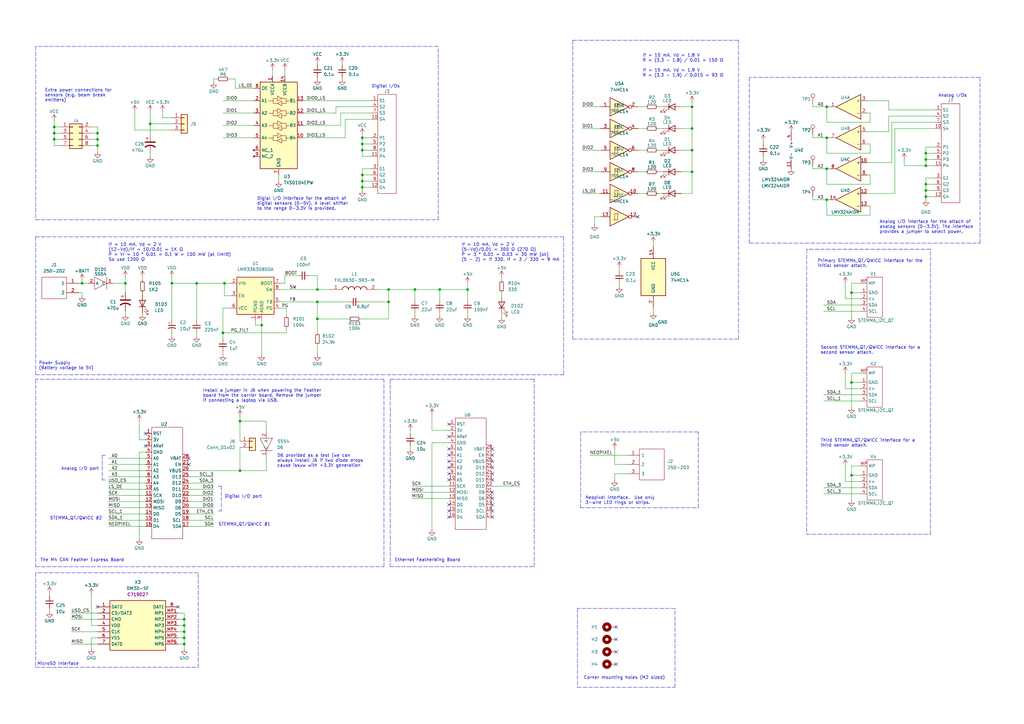
<source format=kicad_sch>
(kicad_sch (version 20211123) (generator eeschema)
  (paper "A3")
  (title_block (rev "0"))
  (junction (at 283.845 70.485))
  (junction (at 339.09 43.815))
  (junction (at 80.645 116.205))
  (junction (at 339.09 56.515))
  (junction (at 51.435 116.205))
  (junction (at 40.005 57.15))
  (junction (at 148.59 59.055))
  (junction (at 40.005 54.61))
  (junction (at 191.77 118.745))
  (junction (at 148.59 56.515))
  (junction (at 40.005 59.69))
  (junction (at 130.175 123.825))
  (junction (at 339.09 81.915))
  (junction (at 75.565 259.08))
  (junction (at 148.59 61.595))
  (junction (at 91.44 136.525))
  (junction (at 22.225 54.61))
  (junction (at 283.845 52.705))
  (junction (at 70.485 116.205))
  (junction (at 148.59 76.835))
  (junction (at 349.25 120.015))
  (junction (at 349.25 194.945))
  (junction (at 61.595 50.8))
  (junction (at 75.565 261.62))
  (junction (at 379.73 65.405))
  (junction (at 170.18 118.745))
  (junction (at 92.075 116.205))
  (junction (at 339.09 69.215))
  (junction (at 159.385 123.825))
  (junction (at 130.175 130.81))
  (junction (at 283.845 43.815))
  (junction (at 180.34 118.745))
  (junction (at 379.73 75.565))
  (junction (at 283.845 61.595))
  (junction (at 379.73 78.105))
  (junction (at 148.59 74.295))
  (junction (at 98.425 172.72))
  (junction (at 75.565 264.16))
  (junction (at 22.225 52.07))
  (junction (at 379.73 67.945))
  (junction (at 75.565 254))
  (junction (at 33.655 116.205))
  (junction (at 349.25 156.845))
  (junction (at 148.59 71.755))
  (junction (at 75.565 256.54))
  (junction (at 107.315 133.35))
  (junction (at 159.385 118.745))
  (junction (at 22.225 57.15))
  (junction (at 379.73 80.645))
  (junction (at 379.73 62.865))
  (junction (at 130.175 118.745))
  (junction (at 98.425 193.04))
  (no_connect (at 73.025 248.92))
  (no_connect (at 252.73 267.335))
  (no_connect (at 252.73 262.255))
  (no_connect (at 40.005 248.92))
  (no_connect (at 59.69 177.8))
  (no_connect (at 59.69 182.88))
  (no_connect (at 77.47 190.5))
  (no_connect (at 77.47 187.96))
  (no_connect (at 252.73 272.415))
  (no_connect (at 201.93 184.15))
  (no_connect (at 201.93 186.69))
  (no_connect (at 201.93 204.47))
  (no_connect (at 201.93 207.01))
  (no_connect (at 201.93 209.55))
  (no_connect (at 201.93 212.09))
  (no_connect (at 201.93 189.23))
  (no_connect (at 201.93 191.77))
  (no_connect (at 201.93 194.31))
  (no_connect (at 201.93 196.85))
  (no_connect (at 201.93 201.93))
  (no_connect (at 252.73 257.175))
  (no_connect (at 184.15 212.09))
  (no_connect (at 184.15 209.55))
  (no_connect (at 184.15 194.31))
  (no_connect (at 184.15 191.77))
  (no_connect (at 184.15 189.23))
  (no_connect (at 184.15 186.69))
  (no_connect (at 184.15 207.01))
  (no_connect (at 184.15 196.85))
  (no_connect (at 184.15 184.15))
  (no_connect (at 184.15 179.07))
  (no_connect (at 184.15 173.99))
  (no_connect (at 261.62 88.9))
  (wire (pts (xy 91.44 46.355) (xy 104.14 46.355)))
  (wire (pts (xy 77.47 210.82) (xy 87.63 210.82)))
  (polyline (pts (xy 238.125 208.28) (xy 286.385 208.28)))
  (wire (pts (xy 349.25 120.015) (xy 349.25 130.175)))
  (wire (pts (xy 44.45 213.36) (xy 59.69 213.36)))
  (wire (pts (xy 346.71 153.035) (xy 346.71 159.385)))
  (wire (pts (xy 353.06 191.135) (xy 349.25 191.135)))
  (polyline (pts (xy 160.02 232.41) (xy 219.075 232.41)))
  (wire (pts (xy 22.225 54.61) (xy 22.225 52.07)))
  (wire (pts (xy 109.22 193.04) (xy 98.425 193.04)))
  (wire (pts (xy 356.87 88.265) (xy 339.09 88.265)))
  (wire (pts (xy 55.245 53.34) (xy 55.245 45.72)))
  (wire (pts (xy 355.6 53.975) (xy 364.49 53.975)))
  (wire (pts (xy 70.485 136.525) (xy 70.485 137.795)))
  (wire (pts (xy 44.45 208.28) (xy 59.69 208.28)))
  (wire (pts (xy 37.465 261.62) (xy 37.465 266.065)))
  (wire (pts (xy 57.15 180.34) (xy 59.69 180.34)))
  (wire (pts (xy 269.875 79.375) (xy 271.78 79.375)))
  (wire (pts (xy 73.025 264.16) (xy 75.565 264.16)))
  (wire (pts (xy 159.385 118.745) (xy 170.18 118.745)))
  (polyline (pts (xy 14.605 273.685) (xy 81.28 273.685)))
  (wire (pts (xy 349.25 156.845) (xy 349.25 167.005)))
  (wire (pts (xy 116.84 116.205) (xy 116.84 113.03)))
  (wire (pts (xy 267.97 99.695) (xy 267.97 100.965)))
  (wire (pts (xy 77.47 213.36) (xy 87.63 213.36)))
  (wire (pts (xy 252.095 196.85) (xy 252.095 194.31)))
  (wire (pts (xy 59.69 185.42) (xy 57.15 185.42)))
  (wire (pts (xy 333.375 69.215) (xy 333.375 67.945)))
  (wire (pts (xy 127 113.03) (xy 130.175 113.03)))
  (wire (pts (xy 80.645 116.205) (xy 80.645 131.445)))
  (wire (pts (xy 170.18 118.745) (xy 180.34 118.745)))
  (wire (pts (xy 333.375 55.245) (xy 333.375 56.515)))
  (wire (pts (xy 152.4 48.895) (xy 141.605 48.895)))
  (wire (pts (xy 77.47 195.58) (xy 87.63 195.58)))
  (wire (pts (xy 148.59 69.215) (xy 152.4 69.215)))
  (wire (pts (xy 379.73 73.025) (xy 383.54 73.025)))
  (wire (pts (xy 168.91 201.93) (xy 184.15 201.93)))
  (wire (pts (xy 339.09 56.515) (xy 340.36 56.515)))
  (wire (pts (xy 75.565 261.62) (xy 75.565 264.16)))
  (wire (pts (xy 114.935 123.825) (xy 130.175 123.825)))
  (wire (pts (xy 252.095 184.15) (xy 252.095 190.5)))
  (wire (pts (xy 261.62 43.815) (xy 264.795 43.815)))
  (wire (pts (xy 77.47 215.9) (xy 87.63 215.9)))
  (wire (pts (xy 91.44 56.515) (xy 104.14 56.515)))
  (wire (pts (xy 355.6 66.675) (xy 365.76 66.675)))
  (wire (pts (xy 349.25 116.205) (xy 349.25 120.015)))
  (polyline (pts (xy 236.855 249.555) (xy 236.855 281.94)))
  (wire (pts (xy 44.45 198.12) (xy 59.69 198.12)))
  (polyline (pts (xy 14.605 155.575) (xy 14.605 232.41)))
  (wire (pts (xy 346.71 116.205) (xy 346.71 122.555)))
  (wire (pts (xy 22.225 59.69) (xy 22.225 57.15)))
  (wire (pts (xy 168.91 199.39) (xy 184.15 199.39)))
  (wire (pts (xy 130.175 113.03) (xy 130.175 118.745)))
  (wire (pts (xy 114.935 118.745) (xy 130.175 118.745)))
  (wire (pts (xy 109.22 187.325) (xy 109.22 193.04)))
  (wire (pts (xy 44.45 205.74) (xy 59.69 205.74)))
  (wire (pts (xy 379.73 75.565) (xy 379.73 78.105)))
  (wire (pts (xy 333.375 69.215) (xy 339.09 69.215)))
  (wire (pts (xy 77.47 200.66) (xy 87.63 200.66)))
  (polyline (pts (xy 41.91 196.85) (xy 43.18 196.85)))
  (wire (pts (xy 346.71 191.135) (xy 346.71 197.485)))
  (wire (pts (xy 337.82 202.565) (xy 353.06 202.565)))
  (polyline (pts (xy 276.86 281.94) (xy 276.86 249.555)))
  (wire (pts (xy 40.005 59.69) (xy 40.005 57.15)))
  (wire (pts (xy 205.74 128.905) (xy 205.74 130.175)))
  (wire (pts (xy 22.225 52.07) (xy 24.765 52.07)))
  (wire (pts (xy 107.315 133.35) (xy 107.315 145.415)))
  (wire (pts (xy 355.6 71.755) (xy 356.87 71.755)))
  (wire (pts (xy 383.54 60.325) (xy 379.73 60.325)))
  (polyline (pts (xy 89.535 199.39) (xy 90.805 199.39)))
  (wire (pts (xy 140.335 26.035) (xy 140.335 26.67)))
  (wire (pts (xy 365.76 50.165) (xy 383.54 50.165)))
  (polyline (pts (xy 219.075 155.575) (xy 160.02 155.575)))
  (polyline (pts (xy 41.91 186.69) (xy 41.91 196.85)))
  (wire (pts (xy 58.42 113.665) (xy 58.42 114.935)))
  (wire (pts (xy 261.62 79.375) (xy 264.795 79.375)))
  (wire (pts (xy 73.025 254) (xy 75.565 254)))
  (wire (pts (xy 180.34 128.27) (xy 180.34 129.54)))
  (wire (pts (xy 191.77 116.205) (xy 191.77 118.745)))
  (wire (pts (xy 98.425 170.815) (xy 98.425 172.72)))
  (polyline (pts (xy 302.895 139.065) (xy 302.895 16.51)))
  (wire (pts (xy 107.315 131.445) (xy 107.315 133.35)))
  (wire (pts (xy 130.175 141.605) (xy 130.175 145.415)))
  (wire (pts (xy 355.6 84.455) (xy 356.87 84.455)))
  (wire (pts (xy 269.875 43.815) (xy 271.78 43.815)))
  (wire (pts (xy 159.385 118.745) (xy 159.385 123.825)))
  (polyline (pts (xy 157.48 232.41) (xy 157.48 155.575)))
  (wire (pts (xy 349.25 120.015) (xy 353.06 120.015)))
  (wire (pts (xy 367.03 79.375) (xy 367.03 52.705)))
  (polyline (pts (xy 330.835 102.235) (xy 330.835 219.075)))
  (wire (pts (xy 70.485 116.205) (xy 80.645 116.205)))
  (wire (pts (xy 283.845 43.815) (xy 283.845 52.705)))
  (wire (pts (xy 77.47 203.2) (xy 87.63 203.2)))
  (wire (pts (xy 116.84 113.03) (xy 121.92 113.03)))
  (wire (pts (xy 109.22 172.72) (xy 98.425 172.72)))
  (wire (pts (xy 148.59 74.295) (xy 148.59 76.835)))
  (wire (pts (xy 124.46 51.435) (xy 139.7 51.435)))
  (wire (pts (xy 346.71 197.485) (xy 353.06 197.485)))
  (wire (pts (xy 313.055 64.135) (xy 313.055 65.405)))
  (wire (pts (xy 77.47 205.74) (xy 87.63 205.74)))
  (wire (pts (xy 191.77 128.27) (xy 191.77 129.54)))
  (wire (pts (xy 37.465 54.61) (xy 40.005 54.61)))
  (polyline (pts (xy 286.385 208.28) (xy 286.385 177.165)))
  (wire (pts (xy 130.175 123.825) (xy 142.875 123.825)))
  (wire (pts (xy 283.845 41.91) (xy 283.845 43.815)))
  (polyline (pts (xy 238.125 177.165) (xy 238.125 208.28)))
  (wire (pts (xy 73.025 261.62) (xy 75.565 261.62)))
  (wire (pts (xy 57.15 172.72) (xy 57.15 180.34)))
  (wire (pts (xy 333.375 81.915) (xy 339.09 81.915)))
  (wire (pts (xy 29.21 251.46) (xy 40.005 251.46)))
  (wire (pts (xy 283.845 61.595) (xy 283.845 70.485)))
  (wire (pts (xy 177.165 181.61) (xy 177.165 217.17)))
  (wire (pts (xy 353.06 153.035) (xy 349.25 153.035)))
  (wire (pts (xy 152.4 43.815) (xy 137.795 43.815)))
  (wire (pts (xy 337.82 200.025) (xy 353.06 200.025)))
  (wire (pts (xy 32.385 116.205) (xy 33.655 116.205)))
  (wire (pts (xy 139.7 46.355) (xy 152.4 46.355)))
  (wire (pts (xy 241.935 186.69) (xy 257.175 186.69)))
  (wire (pts (xy 87.63 32.385) (xy 88.9 32.385)))
  (polyline (pts (xy 234.95 16.51) (xy 234.95 139.065)))
  (wire (pts (xy 148.59 76.835) (xy 148.59 78.105)))
  (polyline (pts (xy 14.605 153.67) (xy 231.14 153.67)))
  (wire (pts (xy 337.82 125.095) (xy 353.06 125.095)))
  (wire (pts (xy 148.59 64.135) (xy 148.59 61.595)))
  (wire (pts (xy 379.73 65.405) (xy 379.73 62.865)))
  (wire (pts (xy 130.175 26.035) (xy 130.175 26.67)))
  (wire (pts (xy 238.76 70.485) (xy 246.38 70.485)))
  (wire (pts (xy 91.44 41.275) (xy 104.14 41.275)))
  (wire (pts (xy 333.375 42.545) (xy 333.375 43.815)))
  (polyline (pts (xy 81.28 273.685) (xy 81.28 234.95)))
  (wire (pts (xy 124.46 56.515) (xy 141.605 56.515)))
  (wire (pts (xy 77.47 198.12) (xy 87.63 198.12)))
  (wire (pts (xy 117.475 126.365) (xy 117.475 129.54)))
  (polyline (pts (xy 43.18 186.69) (xy 41.91 186.69)))
  (wire (pts (xy 148.59 69.215) (xy 148.59 71.755)))
  (wire (pts (xy 37.465 59.69) (xy 40.005 59.69)))
  (wire (pts (xy 201.93 199.39) (xy 213.36 199.39)))
  (wire (pts (xy 148.59 74.295) (xy 152.4 74.295)))
  (wire (pts (xy 147.955 123.825) (xy 159.385 123.825)))
  (wire (pts (xy 44.45 203.2) (xy 59.69 203.2)))
  (polyline (pts (xy 160.02 155.575) (xy 160.02 232.41)))
  (wire (pts (xy 367.03 52.705) (xy 383.54 52.705)))
  (wire (pts (xy 148.59 59.055) (xy 148.59 56.515)))
  (polyline (pts (xy 286.385 177.165) (xy 238.125 177.165)))
  (wire (pts (xy 58.42 128.27) (xy 58.42 128.905)))
  (wire (pts (xy 57.15 185.42) (xy 57.15 220.98)))
  (wire (pts (xy 180.34 118.745) (xy 191.77 118.745)))
  (wire (pts (xy 22.225 57.15) (xy 22.225 54.61)))
  (wire (pts (xy 33.655 120.015) (xy 33.655 121.285)))
  (wire (pts (xy 77.47 193.04) (xy 98.425 193.04)))
  (wire (pts (xy 339.09 56.515) (xy 339.09 62.865)))
  (wire (pts (xy 109.22 177.165) (xy 109.22 172.72)))
  (polyline (pts (xy 90.805 199.39) (xy 90.805 209.55)))
  (wire (pts (xy 77.47 208.28) (xy 87.63 208.28)))
  (polyline (pts (xy 14.605 90.17) (xy 179.705 90.17)))
  (wire (pts (xy 379.73 75.565) (xy 383.54 75.565)))
  (wire (pts (xy 32.385 120.015) (xy 33.655 120.015)))
  (wire (pts (xy 370.84 67.945) (xy 379.73 67.945)))
  (wire (pts (xy 243.84 92.075) (xy 243.84 88.9)))
  (wire (pts (xy 364.49 47.625) (xy 383.54 47.625)))
  (wire (pts (xy 356.87 84.455) (xy 356.87 88.265)))
  (wire (pts (xy 130.175 130.81) (xy 142.875 130.81)))
  (wire (pts (xy 168.275 182.88) (xy 168.275 184.15)))
  (wire (pts (xy 22.225 52.07) (xy 22.225 49.53)))
  (wire (pts (xy 37.465 57.15) (xy 40.005 57.15)))
  (wire (pts (xy 238.76 43.815) (xy 246.38 43.815)))
  (wire (pts (xy 279.4 61.595) (xy 283.845 61.595)))
  (wire (pts (xy 117.475 134.62) (xy 117.475 136.525)))
  (wire (pts (xy 238.76 52.705) (xy 246.38 52.705)))
  (wire (pts (xy 70.485 113.665) (xy 70.485 116.205)))
  (wire (pts (xy 66.675 48.26) (xy 66.675 45.72)))
  (wire (pts (xy 93.98 32.385) (xy 96.52 32.385)))
  (wire (pts (xy 91.44 144.145) (xy 91.44 145.415)))
  (wire (pts (xy 73.025 259.08) (xy 75.565 259.08)))
  (wire (pts (xy 46.355 116.205) (xy 51.435 116.205)))
  (wire (pts (xy 44.45 193.04) (xy 59.69 193.04)))
  (wire (pts (xy 383.54 62.865) (xy 379.73 62.865)))
  (wire (pts (xy 87.63 32.385) (xy 87.63 33.655)))
  (wire (pts (xy 114.935 116.205) (xy 116.84 116.205)))
  (wire (pts (xy 92.075 116.205) (xy 94.615 116.205)))
  (wire (pts (xy 339.09 75.565) (xy 339.09 69.215)))
  (wire (pts (xy 20.32 249.555) (xy 20.32 250.825)))
  (wire (pts (xy 37.465 256.54) (xy 40.005 256.54)))
  (wire (pts (xy 261.62 70.485) (xy 264.795 70.485)))
  (wire (pts (xy 170.18 118.745) (xy 170.18 123.19)))
  (wire (pts (xy 94.615 126.365) (xy 91.44 126.365)))
  (wire (pts (xy 40.005 54.61) (xy 40.005 52.07)))
  (wire (pts (xy 252.095 194.31) (xy 257.175 194.31)))
  (wire (pts (xy 51.435 127.635) (xy 51.435 128.905)))
  (wire (pts (xy 40.005 62.23) (xy 40.005 59.69)))
  (polyline (pts (xy 219.075 232.41) (xy 219.075 155.575)))
  (wire (pts (xy 96.52 36.195) (xy 104.14 36.195)))
  (wire (pts (xy 94.615 121.285) (xy 92.075 121.285)))
  (wire (pts (xy 261.62 52.705) (xy 264.795 52.705)))
  (wire (pts (xy 339.09 43.815) (xy 340.36 43.815)))
  (polyline (pts (xy 381.635 219.075) (xy 381.635 102.235)))
  (wire (pts (xy 365.76 66.675) (xy 365.76 50.165)))
  (wire (pts (xy 184.15 181.61) (xy 177.165 181.61)))
  (wire (pts (xy 349.25 194.945) (xy 349.25 205.105)))
  (wire (pts (xy 22.225 54.61) (xy 24.765 54.61)))
  (polyline (pts (xy 276.86 249.555) (xy 236.855 249.555)))
  (wire (pts (xy 130.175 118.745) (xy 135.255 118.745)))
  (wire (pts (xy 51.435 113.665) (xy 51.435 116.205)))
  (wire (pts (xy 61.595 50.8) (xy 61.595 55.245)))
  (wire (pts (xy 355.6 41.275) (xy 364.49 41.275)))
  (wire (pts (xy 117.475 136.525) (xy 91.44 136.525)))
  (wire (pts (xy 205.74 113.665) (xy 205.74 114.935)))
  (wire (pts (xy 148.59 71.755) (xy 152.4 71.755)))
  (wire (pts (xy 40.005 57.15) (xy 40.005 54.61)))
  (wire (pts (xy 339.09 81.915) (xy 340.36 81.915)))
  (wire (pts (xy 139.7 46.355) (xy 139.7 51.435)))
  (wire (pts (xy 130.175 130.81) (xy 130.175 136.525)))
  (wire (pts (xy 80.645 136.525) (xy 80.645 137.795)))
  (wire (pts (xy 269.875 70.485) (xy 271.78 70.485)))
  (wire (pts (xy 75.565 259.08) (xy 75.565 261.62)))
  (wire (pts (xy 96.52 32.385) (xy 96.52 36.195)))
  (wire (pts (xy 337.82 161.925) (xy 353.06 161.925)))
  (wire (pts (xy 383.54 65.405) (xy 379.73 65.405)))
  (wire (pts (xy 364.49 53.975) (xy 364.49 47.625)))
  (wire (pts (xy 70.485 48.26) (xy 66.675 48.26)))
  (wire (pts (xy 159.385 123.825) (xy 159.385 130.81)))
  (wire (pts (xy 333.375 56.515) (xy 339.09 56.515)))
  (wire (pts (xy 279.4 52.705) (xy 283.845 52.705)))
  (polyline (pts (xy 81.28 234.95) (xy 14.605 234.95)))
  (wire (pts (xy 353.06 116.205) (xy 349.25 116.205)))
  (polyline (pts (xy 231.14 97.155) (xy 14.605 97.155)))
  (wire (pts (xy 283.845 70.485) (xy 283.845 79.375)))
  (wire (pts (xy 40.005 261.62) (xy 37.465 261.62)))
  (polyline (pts (xy 236.855 281.94) (xy 276.86 281.94)))
  (wire (pts (xy 116.84 28.575) (xy 116.84 31.115)))
  (wire (pts (xy 98.425 183.515) (xy 98.425 193.04)))
  (polyline (pts (xy 302.895 16.51) (xy 234.95 16.51)))
  (wire (pts (xy 111.76 28.575) (xy 111.76 31.115)))
  (wire (pts (xy 168.91 204.47) (xy 184.15 204.47)))
  (wire (pts (xy 70.485 116.205) (xy 70.485 131.445)))
  (polyline (pts (xy 89.535 209.55) (xy 90.805 209.55)))
  (wire (pts (xy 379.73 62.865) (xy 379.73 60.325)))
  (wire (pts (xy 356.87 50.165) (xy 339.09 50.165)))
  (wire (pts (xy 148.59 71.755) (xy 148.59 74.295)))
  (wire (pts (xy 104.775 131.445) (xy 104.775 133.35)))
  (wire (pts (xy 70.485 50.8) (xy 61.595 50.8)))
  (wire (pts (xy 364.49 45.085) (xy 383.54 45.085)))
  (wire (pts (xy 22.225 57.15) (xy 24.765 57.15)))
  (wire (pts (xy 243.84 88.9) (xy 246.38 88.9)))
  (wire (pts (xy 55.245 53.34) (xy 70.485 53.34)))
  (wire (pts (xy 238.76 61.595) (xy 246.38 61.595)))
  (wire (pts (xy 191.77 118.745) (xy 191.77 123.19)))
  (wire (pts (xy 180.34 118.745) (xy 180.34 123.19)))
  (wire (pts (xy 44.45 195.58) (xy 59.69 195.58)))
  (polyline (pts (xy 330.835 219.075) (xy 381.635 219.075)))
  (polyline (pts (xy 307.34 31.75) (xy 307.34 99.695)))
  (wire (pts (xy 355.6 46.355) (xy 356.87 46.355)))
  (wire (pts (xy 337.82 164.465) (xy 353.06 164.465)))
  (wire (pts (xy 152.4 61.595) (xy 148.59 61.595)))
  (wire (pts (xy 114.935 126.365) (xy 117.475 126.365)))
  (polyline (pts (xy 307.34 99.695) (xy 401.955 99.695)))
  (wire (pts (xy 75.565 251.46) (xy 75.565 254)))
  (wire (pts (xy 379.73 80.645) (xy 379.73 81.915)))
  (wire (pts (xy 349.25 191.135) (xy 349.25 194.945)))
  (wire (pts (xy 91.44 136.525) (xy 91.44 139.065)))
  (wire (pts (xy 356.87 71.755) (xy 356.87 75.565)))
  (wire (pts (xy 177.165 170.18) (xy 177.165 176.53)))
  (polyline (pts (xy 401.955 99.695) (xy 401.955 31.75)))
  (wire (pts (xy 152.4 56.515) (xy 148.59 56.515)))
  (wire (pts (xy 124.46 46.355) (xy 137.795 46.355)))
  (wire (pts (xy 37.465 243.84) (xy 37.465 256.54)))
  (wire (pts (xy 283.845 52.705) (xy 283.845 61.595)))
  (wire (pts (xy 75.565 256.54) (xy 75.565 259.08)))
  (polyline (pts (xy 157.48 155.575) (xy 14.605 155.575)))
  (wire (pts (xy 339.09 81.915) (xy 339.09 88.265)))
  (wire (pts (xy 379.73 80.645) (xy 383.54 80.645)))
  (polyline (pts (xy 401.955 31.75) (xy 307.34 31.75)))
  (wire (pts (xy 356.87 62.865) (xy 339.09 62.865)))
  (wire (pts (xy 124.46 41.275) (xy 152.4 41.275)))
  (wire (pts (xy 29.21 264.16) (xy 40.005 264.16)))
  (wire (pts (xy 346.71 122.555) (xy 353.06 122.555)))
  (wire (pts (xy 44.45 187.96) (xy 59.69 187.96)))
  (wire (pts (xy 155.575 118.745) (xy 159.385 118.745)))
  (wire (pts (xy 269.875 61.595) (xy 271.78 61.595)))
  (wire (pts (xy 267.97 126.365) (xy 267.97 128.27)))
  (polyline (pts (xy 234.95 139.065) (xy 302.895 139.065)))
  (polyline (pts (xy 14.605 19.05) (xy 14.605 90.17)))
  (wire (pts (xy 346.71 159.385) (xy 353.06 159.385)))
  (wire (pts (xy 98.425 172.72) (xy 98.425 180.975)))
  (wire (pts (xy 379.73 78.105) (xy 383.54 78.105)))
  (wire (pts (xy 92.075 121.285) (xy 92.075 116.205)))
  (wire (pts (xy 337.82 127.635) (xy 353.06 127.635)))
  (wire (pts (xy 114.3 71.755) (xy 114.3 74.295)))
  (wire (pts (xy 91.44 126.365) (xy 91.44 136.525)))
  (wire (pts (xy 370.84 65.405) (xy 370.84 67.945)))
  (wire (pts (xy 29.21 254) (xy 40.005 254)))
  (polyline (pts (xy 381.635 102.235) (xy 330.835 102.235)))
  (wire (pts (xy 61.595 50.8) (xy 61.595 45.72)))
  (wire (pts (xy 279.4 43.815) (xy 283.845 43.815)))
  (wire (pts (xy 383.54 67.945) (xy 379.73 67.945)))
  (wire (pts (xy 339.09 69.215) (xy 340.36 69.215)))
  (wire (pts (xy 51.435 116.205) (xy 51.435 120.015)))
  (wire (pts (xy 356.87 46.355) (xy 356.87 50.165)))
  (wire (pts (xy 44.45 210.82) (xy 59.69 210.82)))
  (wire (pts (xy 29.21 259.08) (xy 40.005 259.08)))
  (polyline (pts (xy 179.705 19.05) (xy 14.605 19.05)))
  (wire (pts (xy 75.565 264.16) (xy 75.565 266.065)))
  (wire (pts (xy 269.875 52.705) (xy 271.78 52.705)))
  (wire (pts (xy 355.6 59.055) (xy 356.87 59.055)))
  (wire (pts (xy 148.59 76.835) (xy 152.4 76.835)))
  (wire (pts (xy 333.375 43.815) (xy 339.09 43.815)))
  (wire (pts (xy 279.4 79.375) (xy 283.845 79.375)))
  (wire (pts (xy 170.18 128.27) (xy 170.18 129.54)))
  (wire (pts (xy 75.565 254) (xy 75.565 256.54)))
  (wire (pts (xy 356.87 75.565) (xy 339.09 75.565)))
  (wire (pts (xy 254 109.855) (xy 254 111.125)))
  (wire (pts (xy 238.76 79.375) (xy 246.38 79.375)))
  (wire (pts (xy 379.73 73.025) (xy 379.73 75.565)))
  (wire (pts (xy 364.49 41.275) (xy 364.49 45.085)))
  (wire (pts (xy 44.45 190.5) (xy 59.69 190.5)))
  (wire (pts (xy 148.59 56.515) (xy 148.59 55.245)))
  (wire (pts (xy 73.025 251.46) (xy 75.565 251.46)))
  (wire (pts (xy 130.175 123.825) (xy 130.175 130.81)))
  (wire (pts (xy 177.165 176.53) (xy 184.15 176.53)))
  (wire (pts (xy 349.25 194.945) (xy 353.06 194.945)))
  (wire (pts (xy 379.73 78.105) (xy 379.73 80.645)))
  (wire (pts (xy 24.765 59.69) (xy 22.225 59.69)))
  (wire (pts (xy 130.175 31.75) (xy 130.175 32.385)))
  (wire (pts (xy 333.375 80.645) (xy 333.375 81.915)))
  (wire (pts (xy 137.795 43.815) (xy 137.795 46.355)))
  (wire (pts (xy 254 116.205) (xy 254 117.475)))
  (polyline (pts (xy 14.605 234.95) (xy 14.605 273.685)))
  (wire (pts (xy 339.09 50.165) (xy 339.09 43.815)))
  (wire (pts (xy 33.655 116.205) (xy 33.655 114.935)))
  (wire (pts (xy 252.095 190.5) (xy 257.175 190.5)))
  (wire (pts (xy 61.595 62.865) (xy 61.595 64.135)))
  (wire (pts (xy 148.59 61.595) (xy 148.59 59.055)))
  (wire (pts (xy 379.73 67.945) (xy 379.73 65.405)))
  (wire (pts (xy 152.4 64.135) (xy 148.59 64.135)))
  (wire (pts (xy 40.005 52.07) (xy 37.465 52.07)))
  (wire (pts (xy 152.4 59.055) (xy 148.59 59.055)))
  (wire (pts (xy 349.25 153.035) (xy 349.25 156.845)))
  (wire (pts (xy 205.74 120.015) (xy 205.74 121.285)))
  (wire (pts (xy 73.025 256.54) (xy 75.565 256.54)))
  (wire (pts (xy 355.6 79.375) (xy 367.03 79.375)))
  (polyline (pts (xy 179.705 90.17) (xy 179.705 19.05)))
  (wire (pts (xy 356.87 59.055) (xy 356.87 62.865)))
  (wire (pts (xy 140.335 31.75) (xy 140.335 32.385)))
  (wire (pts (xy 44.45 215.9) (xy 59.69 215.9)))
  (wire (pts (xy 91.44 51.435) (xy 104.14 51.435)))
  (wire (pts (xy 20.32 243.205) (xy 20.32 244.475)))
  (wire (pts (xy 104.775 133.35) (xy 107.315 133.35)))
  (wire (pts (xy 313.055 57.785) (xy 313.055 59.055)))
  (wire (pts (xy 261.62 61.595) (xy 264.795 61.595)))
  (wire (pts (xy 58.42 120.015) (xy 58.42 120.65)))
  (wire (pts (xy 141.605 48.895) (xy 141.605 56.515)))
  (wire (pts (xy 33.655 116.205) (xy 36.195 116.205)))
  (polyline (pts (xy 14.605 232.41) (xy 157.48 232.41)))
  (wire (pts (xy 168.275 176.53) (xy 168.275 177.8)))
  (wire (pts (xy 279.4 70.485) (xy 283.845 70.485)))
  (wire (pts (xy 80.645 116.205) (xy 92.075 116.205)))
  (polyline (pts (xy 231.14 153.67) (xy 231.14 97.155)))
  (polyline (pts (xy 14.605 97.155) (xy 14.605 153.67)))
  (wire (pts (xy 44.45 200.66) (xy 59.69 200.66)))
  (wire (pts (xy 349.25 156.845) (xy 353.06 156.845)))
  (wire (pts (xy 147.955 130.81) (xy 159.385 130.81)))
  (text "Corner mounting holes (M2 sized)" (at 239.395 278.765 0) (effects (font (size 1.27 1.27)) (justify left bottom)))
  (text "Digital I/Os" (at 152.4 36.195 0) (effects (font (size 1.27 1.27)) (justify left bottom)))
  (text "Install a jumper in J6 when powering the Feather\nboard from the carrier board. Remove the jumper\nif connecting a laptop via USB.  " (at 83.185 165.1 0) (effects (font (size 1.27 1.27)) (justify left bottom)))
  (text "Analog I/Os" (at 384.81 40.005 0) (effects (font (size 1.27 1.27)) (justify left bottom)))
  (text "Primary STEMMA_QT/QWICC interface for the\ninitial sensor attach." (at 335.28 109.855 0) (effects (font (size 1.27 1.27)) (justify left bottom)))
  (text "Extra power connections for\nsensors (e.g. beam break\nemitters)" (at 18.415 41.91 0) (effects (font (size 1.27 1.27)) (justify left bottom)))
  (text "Digial I/O interface for the attach of\ndigital sensors (0-5V). A level shifter\nto the range 0-3.3V is provided." (at 105.41 86.36 0) (effects (font (size 1.27 1.27)) (justify left bottom)))
  (text "The M4 CAN Feather Express Board" (at 16.51 230.505 0) (effects (font (size 1.27 1.27)) (justify left bottom)))
  (text "Second STEMMA_QT/QWICC interface for a\nsecond sensor attach." (at 336.55 145.415 0) (effects (font (size 1.27 1.27)) (justify left bottom)))
  (text "If = 10 mA, Vd = 2 V\n(5-Vd)/0.01 = 300 Ω (270 Ω)\nP = 3 * 0.01 = 0.03 = 30 mW (ok)\n(5 - 2) = If 330, If = 3 / 330 = 9 mA" (at 189.23 107.315 0) (effects (font (size 1.27 1.27)) (justify left bottom)))
  (text "Digital I/O port" (at 92.075 204.47 0) (effects (font (size 1.27 1.27)) (justify left bottom)))
  (text "MicroSD Interface" (at 15.24 273.05 0) (effects (font (size 1.27 1.27)) (justify left bottom)))
  (text "Analog I/O port" (at 40.64 193.04 180) (effects (font (size 1.27 1.27)) (justify right bottom)))
  (text "STEMMA_QT/QWICC #1" (at 89.535 215.9 0) (effects (font (size 1.27 1.27)) (justify left bottom)))
  (text "If = 10 mA, Vd = 2 V\n(12-Vd)/If = 10/0.01 = 1K Ω\nP = VI = 10 * 0.01 = 0.1 W = 100 mW (at limit!)\nSo use 1200 Ω" (at 44.45 107.315 0) (effects (font (size 1.27 1.27)) (justify left bottom)))
  (text "STEMMA_QT/QWICC #2" (at 41.91 213.36 180) (effects (font (size 1.27 1.27)) (justify right bottom)))
  (text "Analog I/O interface for the attach of\nanalog sensors (0-3.3V). The interface\nprovides a jumper to select power." (at 360.68 95.885 0) (effects (font (size 1.27 1.27)) (justify left bottom)))
  (text "Neopixel interface.  Use only\n3-wire LED rings or strips." (at 240.03 207.01 0) (effects (font (size 1.27 1.27)) (justify left bottom)))
  (text "Power Supply\n(Battery voltage to 5V)" (at 15.875 151.765 0) (effects (font (size 1.27 1.27)) (justify left bottom)))
  (text "Ethernet FeatherWing Board" (at 161.925 230.505 0) (effects (font (size 1.27 1.27)) (justify left bottom)))
  (text "D6 provided as a test (we can\nalways install J6 if two diode drops\ncause issuw with +3.3V generation" (at 113.665 191.77 0) (effects (font (size 1.27 1.27)) (justify left bottom)))
  (text "Third STEMMA_QT/QWICC interface for a\nthird sensor attach." (at 336.55 183.515 0) (effects (font (size 1.27 1.27)) (justify left bottom)))
  (text "If = 10 mA, Vd = 1.8 V\nR = (3.3 - 1.8) / 0.01 = 150 Ω\n\nIf = 15 mA, Vd = 1.9 V\nR = (3.3 - 1.9) / 0.015 = 93 Ω\n" (at 263.525 31.75 0) (effects (font (size 1.27 1.27)) (justify left bottom)))
  (label "A2" (at 45.72 193.04 0))
  (label "ETH_CS" (at 213.36 199.39 180))
  (label "LS_OE" (at 97.79 36.195 0))
  (label "SCK" (at 44.45 203.2 0))
  (label "LS_OE" (at 44.45 200.66 0))
  (label "SCK" (at 168.91 199.39 0))
  (label "A0" (at 45.72 187.96 0))
  (label "NEOPIXEL" (at 241.935 186.69 0))
  (label "DIO0_LS" (at 125.73 41.275 0))
  (label "SCL_3" (at 339.09 202.565 0))
  (label "DIO2_LS" (at 125.73 51.435 0))
  (label "A1" (at 45.72 190.5 0))
  (label "SCL_1" (at 44.45 210.82 0))
  (label "SCL" (at 87.63 213.36 180))
  (label "NEOPIXEL" (at 44.45 215.9 0))
  (label "SCL" (at 339.09 127.635 0))
  (label "DIO1" (at 87.63 205.74 180))
  (label "SDA" (at 339.09 125.095 0))
  (label "DIO1_LS" (at 125.73 46.355 0))
  (label "A3" (at 45.72 195.58 0))
  (label "A3" (at 335.28 81.915 0))
  (label "DIO0" (at 238.76 43.815 0))
  (label "SW" (at 118.745 118.745 0))
  (label "LS_OE" (at 238.76 79.375 0))
  (label "MOSI" (at 44.45 205.74 0))
  (label "SDA_1" (at 44.45 213.36 0))
  (label "MOSI" (at 29.21 254 0))
  (label "A2" (at 335.28 69.215 0))
  (label "MISO" (at 29.21 264.16 0))
  (label "MISO" (at 44.45 208.28 0))
  (label "DIO1" (at 238.76 52.705 0))
  (label "A0" (at 335.28 43.815 0))
  (label "DIO0" (at 87.63 208.28 180))
  (label "MISO" (at 168.91 204.47 0))
  (label "BOOT" (at 116.84 113.03 0))
  (label "SCL_1" (at 339.09 164.465 0))
  (label "PG" (at 115.57 126.365 0))
  (label "A1" (at 335.28 56.515 0))
  (label "FB" (at 118.745 123.825 0))
  (label "SDA" (at 87.63 215.9 180))
  (label "SCK" (at 29.21 259.08 0))
  (label "DIO2" (at 87.63 203.2 180))
  (label "SDA_3" (at 87.63 198.12 180))
  (label "DIO3_LS" (at 125.73 56.515 0))
  (label "SDA_1" (at 339.09 161.925 0))
  (label "DIO0" (at 92.71 41.275 0))
  (label "DIO1" (at 92.71 46.355 0))
  (label "SCL_3" (at 87.63 195.58 180))
  (label "USD_CS" (at 29.21 251.46 0))
  (label "USD_CS" (at 44.45 198.12 0))
  (label "DIO3" (at 238.76 70.485 0))
  (label "DIO2" (at 238.76 61.595 0))
  (label "ETH_CS" (at 87.63 210.82 180))
  (label "MOSI" (at 168.91 201.93 0))
  (label "SDA_3" (at 339.09 200.025 0))
  (label "DIO2" (at 92.71 51.435 0))
  (label "DIO3" (at 87.63 200.66 180))
  (label "PG_FILT" (at 94.615 136.525 0))
  (label "DIO3" (at 92.71 56.515 0))
  (symbol (lib_id "power:VDD") (at 51.435 113.665 0) (unit 1)
    (property "Reference" "#PWR0149" (effects hide))
    (property "Value" "VDD" (at 51.435 109.855 0))
  )
  (symbol (lib_id "Appreciate:Feather_M4_CAN_Express") (at 193.04 214.63 0) (unit 1)
    (property "Reference" "U6" (at 191.77 170.18 0))
    (property "Value" "Feather_M4_CAN_Express" (effects hide))
    (property "Footprint" "Appreciate:Feather_M4_CAN_Express" (effects hide))
  )
  (symbol (lib_id "Device:C_Polarized_US") (at 61.595 59.055 0) (unit 1)
    (property "Reference" "C26" (at 55.245 59.055 0) (effects (justify left)))
    (property "Value" "470u" (at 53.975 61.595 0) (effects (justify left)))
    (property "Footprint" "Appreciate:CAPAE830X1050N" (effects hide))
    (property "LCSC" "C340767" (effects hide))
  )
  (symbol (lib_id "power:+BATT") (at 33.655 114.935 0) (unit 1)
    (property "Reference" "#PWR0153" (effects hide))
    (property "Value" "+BATT" (at 33.655 111.125 0))
  )
  (symbol (lib_id "74xx:74HC14") (at 254 52.705 0) (unit 2)
    (property "Reference" "U5" (at 254 43.18 0))
    (property "Value" "74HC14" (at 254 45.72 0))
    (property "Footprint" "Package_SO:TSSOP-14_4.4x5mm_P0.65mm" (effects hide))
    (property "Datasheet" "http://www.ti.com/lit/gpn/sn74HC14" (effects hide))
    (property "LCSC" "C2866133" (effects hide))
  )
  (symbol (lib_id "power:GND") (at 140.335 32.385 0) (unit 1)
    (property "Reference" "#PWR0126" (effects hide))
    (property "Value" "GND" (at 140.335 36.195 0))
  )
  (symbol (lib_id "power:GND") (at 254 117.475 0) (unit 1)
    (property "Reference" "#PWR0138" (effects hide))
    (property "Value" "GND" (at 254 121.285 0))
  )
  (symbol (lib_id "Amplifier_Operational:LM324") (at 347.98 81.915 0) (mirror y) (unit 4)
    (property "Reference" "U4" (at 346.71 78.105 0))
    (property "Value" "LMV324AIDR" (at 346.71 86.995 0))
    (property "Footprint" "Package_SO:SOIC-14_3.9x8.7mm_P1.27mm" (effects hide))
    (property "Datasheet" "https://wmsc.lcsc.com/wmsc/upload/file/pdf/v2/lcsc/2304140030_Texas-Instruments-LMV324AIDR_C484732.pdf" (effects hide))
    (property "LCSC" "C484732" (effects hide))
  )
  (symbol (lib_id "power:GND") (at 114.3 74.295 0) (unit 1)
    (property "Reference" "#PWR0116" (effects hide))
    (property "Value" "GND" (at 114.3 78.105 0))
  )
  (symbol (lib_id "Device:C_Small") (at 191.77 125.73 0) (unit 1)
    (property "Reference" "C9" (at 194.31 124.4662 0) (effects (justify left)))
    (property "Value" "100nF" (at 194.31 127.0062 0) (effects (justify left)))
    (property "Footprint" "Capacitor_SMD:C_0603_1608Metric" (effects hide))
    (property "LCSC" "C14663" (effects hide))
  )
  (symbol (lib_id "power:GND") (at 107.315 145.415 0) (unit 1)
    (property "Reference" "#PWR0146" (effects hide))
    (property "Value" "GND" (at 107.315 149.225 0))
  )
  (symbol (lib_id "Device:LED") (at 275.59 52.705 0) (unit 1)
    (property "Reference" "D4" (at 273.685 48.26 0))
    (property "Value" "LED" (at 273.685 50.165 0))
    (property "Footprint" "LED_SMD:LED_0603_1608Metric" (effects hide))
    (property "LCSC" "C2286" (effects hide))
  )
  (symbol (lib_id "Device:R_Small") (at 117.475 132.08 0) (unit 1)
    (property "Reference" "R101" (at 120.015 130.8099 0) (effects (justify left)))
    (property "Value" "100k" (at 120.015 133.3499 0) (effects (justify left)))
    (property "Footprint" "Resistor_SMD:R_0603_1608Metric" (effects hide))
    (property "LCSC" "C25803" (effects hide))
  )
  (symbol (lib_id "Connector:TestPoint") (at 333.375 67.945 0) (unit 1)
    (property "Reference" "TP3" (at 328.93 66.675 0) (effects (justify left)))
    (property "Value" "TestPoint" (effects hide))
    (property "Footprint" "TestPoint:TestPoint_Pad_1.5x1.5mm" (effects hide))
  )
  (symbol (lib_id "power:GND") (at 324.485 69.215 0) (unit 1)
    (property "Reference" "#PWR0124" (effects hide))
    (property "Value" "GND" (at 271.78 132.08 0))
  )
  (symbol (lib_id "Appreciate:UPR20e3") (at 105.41 182.245 270) (unit 1)
    (property "Reference" "D6" (at 114.935 183.515 90))
    (property "Value" "SS54" (at 116.205 180.975 90))
    (property "Footprint" "Appreciate:DO-214AC" (effects hide))
    (property "Datasheet" "https://wmsc.lcsc.com/wmsc/upload/file/pdf/v2/lcsc/2303141100_MDD-Microdiode-Electronics-SS54_C22452.pdf" (effects hide))
    (property "LCSC" "C22452" (effects hide))
  )
  (symbol (lib_id "power:GND") (at 33.655 121.285 0) (unit 1)
    (property "Reference" "#PWR0154" (effects hide))
    (property "Value" "GND" (at 33.655 125.095 0))
  )
  (symbol (lib_id "power:GND") (at 349.25 130.175 0) (unit 1)
    (property "Reference" "#PWR0103" (effects hide))
    (property "Value" "GND" (at 349.25 133.985 0))
  )
  (symbol (lib_id "Regulator_Switching:LMR33630BDDA") (at 104.775 121.285 0) (unit 1)
    (property "Reference" "U1" (at 104.775 107.95 0))
    (property "Value" "LMR33630BDDA" (at 104.775 110.49 0))
    (property "Footprint" "Package_SO:Texas_HSOP-8-1EP_3.9x4.9mm_P1.27mm_ThermalVias" (effects hide))
    (property "Datasheet" "http://www.ti.com/lit/ds/symlink/lmr33630.pdf" (effects hide))
    (property "LCSC" "C544370" (effects hide))
  )
  (symbol (lib_id "Appreciate:conn_04_03") (at 154.94 78.105 0) (unit 1)
    (property "Reference" "J3" (at 157.48 37.465 0) (effects (justify left)))
    (property "Value" "conn_04_03" (effects hide))
    (property "Footprint" "Appreciate:conn_04x03" (effects hide))
  )
  (symbol (lib_id "74xx:74HC14") (at 254 61.595 0) (unit 3)
    (property "Reference" "U5" (at 254 52.07 0))
    (property "Value" "74HC14" (at 254 54.61 0))
    (property "Footprint" "Package_SO:TSSOP-14_4.4x5mm_P0.65mm" (effects hide))
    (property "Datasheet" "http://www.ti.com/lit/gpn/sn74HC14" (effects hide))
    (property "LCSC" "C2866133" (effects hide))
  )
  (symbol (lib_id "Appreciate:STEMMA_I2C_QT") (at 355.6 167.005 0) (unit 1)
    (property "Reference" "X2" (at 356.87 149.225 0) (effects (justify left)))
    (property "Value" "STEMMA_I2C_QT" (at 351.79 168.275 0) (effects (justify left)))
    (property "Footprint" "Connector_JST:JST_SH_BM04B-SRSS-TB_1x04-1MP_P1.00mm_Vertical" (effects hide))
    (property "LCSC" "C495539" (effects hide))
  )
  (symbol (lib_id "Appreciate:Feather_M4_CAN_Express") (at 68.58 218.44 0) (unit 1)
    (property "Reference" "U2" (at 67.31 173.99 0))
    (property "Value" "Feather_M4_CAN_Express" (effects hide))
    (property "Footprint" "Appreciate:Feather_M4_CAN_Express" (effects hide))
  )
  (symbol (lib_id "power:+3.3V") (at 20.32 243.205 0) (unit 1)
    (property "Reference" "#PWR0141" (effects hide))
    (property "Value" "+3.3V" (at 20.32 239.395 0))
  )
  (symbol (lib_id "power:GND") (at 70.485 137.795 0) (unit 1)
    (property "Reference" "#PWR0152" (effects hide))
    (property "Value" "GND" (at 70.485 141.605 0))
  )
  (symbol (lib_id "Device:C_Small") (at 145.415 123.825 90) (unit 1)
    (property "Reference" "C6" (at 144.145 125.73 90) (effects (justify left)))
    (property "Value" "6.8pF" (at 151.765 125.73 90) (effects (justify left)))
    (property "Footprint" "Capacitor_SMD:C_0603_1608Metric" (effects hide))
    (property "LCSC" "C1679" (effects hide))
  )
  (symbol (lib_id "Device:R_Small") (at 267.335 52.705 90) (unit 1)
    (property "Reference" "R3" (at 267.335 48.895 90))
    (property "Value" "120" (at 267.335 50.8 90))
    (property "Footprint" "Resistor_SMD:R_0603_1608Metric" (effects hide))
    (property "LCSC" "C22787" (effects hide))
  )
  (symbol (lib_id "power:+3.3V") (at 346.71 116.205 0) (unit 1)
    (property "Reference" "#PWR0105" (effects hide))
    (property "Value" "+3.3V" (at 346.71 112.395 0))
  )
  (symbol (lib_id "Device:LED") (at 275.59 43.815 0) (unit 1)
    (property "Reference" "D3" (at 273.685 39.37 0))
    (property "Value" "LED" (at 273.685 41.275 0))
    (property "Footprint" "LED_SMD:LED_0603_1608Metric" (effects hide))
    (property "LCSC" "C2286" (effects hide))
  )
  (symbol (lib_id "power:VCC") (at 130.175 26.035 0) (unit 1)
    (property "Reference" "#PWR014" (effects hide))
    (property "Value" "VCC" (at 130.175 22.225 0))
  )
  (symbol (lib_id "Device:C_Small") (at 140.335 29.21 0) (unit 1)
    (property "Reference" "C20" (at 142.875 27.94 0) (effects (justify left)))
    (property "Value" "0.1u" (at 142.875 30.48 0) (effects (justify left)))
    (property "Footprint" "Capacitor_SMD:C_0603_1608Metric" (effects hide))
    (property "LCSC" "C14663" (effects hide))
  )
  (symbol (lib_id "power:+3.3V") (at 177.165 170.18 0) (unit 1)
    (property "Reference" "#PWR011" (effects hide))
    (property "Value" "+3.3V" (at 177.165 166.37 0))
  )
  (symbol (lib_id "Appreciate:ASPI-0804T-150M-T") (at 135.255 118.745 0) (unit 1)
    (property "Reference" "L1" (at 145.415 112.395 0))
    (property "Value" "FXL0630-3R3-M" (at 145.415 114.935 0))
    (property "Footprint" "Appreciate:FXL0630" (effects hide))
    (property "Datasheet" "https://abracon.com/Magnetics/power/ASPI0804T.pdf" (effects hide))
    (property "Height" "5.5" (effects hide))
    (property "LCSC" "C167219" (effects hide))
    (property "Manufacturer_Name" "ABRACON" (effects hide))
    (property "Manufacturer_Part_Number" "ASPI-0804T-150M-T" (effects hide))
    (property "Mouser Part Number" "815-ASPI-0804T-150M" (effects hide))
    (property "Mouser Price/Stock" "https://www.mouser.co.uk/ProductDetail/ABRACON/ASPI-0804T-150M-T?qs=C7smiywbPwWudcjkAujnXw%3D%3D" (effects hide))
    (property "Arrow Part Number" "ASPI-0804T-150M-T" (effects hide))
    (property "Arrow Price/Stock" "https://www.arrow.com/en/products/aspi-0804t-150m-t/abracon" (effects hide))
  )
  (symbol (lib_id "power:GND") (at 379.73 81.915 0) (unit 1)
    (property "Reference" "#PWR0101" (effects hide))
    (property "Value" "GND" (at 379.73 86.995 0))
  )
  (symbol (lib_id "Appreciate:STEMMA_I2C_QT") (at 355.6 205.105 0) (unit 1)
    (property "Reference" "X4" (at 356.87 187.325 0) (effects (justify left)))
    (property "Value" "STEMMA_I2C_QT" (at 351.79 206.375 0) (effects (justify left)))
    (property "Footprint" "Connector_JST:JST_SH_BM04B-SRSS-TB_1x04-1MP_P1.00mm_Vertical" (effects hide))
    (property "LCSC" "C495539" (effects hide))
  )
  (symbol (lib_id "Device:C_Small") (at 130.175 29.21 0) (unit 1)
    (property "Reference" "C21" (at 132.715 27.94 0) (effects (justify left)))
    (property "Value" "0.1u" (at 132.715 30.48 0) (effects (justify left)))
    (property "Footprint" "Capacitor_SMD:C_0603_1608Metric" (effects hide))
    (property "LCSC" "C14663" (effects hide))
  )
  (symbol (lib_id "power:GND") (at 168.275 184.15 0) (unit 1)
    (property "Reference" "#PWR03" (effects hide))
    (property "Value" "GND" (at 168.275 187.96 0))
  )
  (symbol (lib_id "power:GND") (at 148.59 78.105 0) (unit 1)
    (property "Reference" "#PWR0113" (effects hide))
    (property "Value" "GND" (at 148.59 81.915 0))
  )
  (symbol (lib_id "power:+3.3V") (at 111.76 28.575 0) (unit 1)
    (property "Reference" "#PWR0106" (effects hide))
    (property "Value" "+3.3V" (at 111.76 24.765 0))
  )
  (symbol (lib_id "Device:R_Small") (at 267.335 70.485 90) (unit 1)
    (property "Reference" "R1" (at 267.335 66.675 90))
    (property "Value" "120" (at 267.335 68.58 90))
    (property "Footprint" "Resistor_SMD:R_0603_1608Metric" (effects hide))
    (property "LCSC" "C22787" (effects hide))
  )
  (symbol (lib_id "power:+3.3V") (at 313.055 57.785 0) (unit 1)
    (property "Reference" "#PWR0122" (effects hide))
    (property "Value" "+3.3V" (at 313.055 53.34 0))
  )
  (symbol (lib_id "power:GND") (at 61.595 64.135 0) (unit 1)
    (property "Reference" "#PWR017" (effects hide))
    (property "Value" "GND" (at 61.595 67.945 0))
  )
  (symbol (lib_id "Appreciate:250-203") (at 257.175 186.69 0) (unit 1)
    (property "Reference" "J2" (at 273.685 189.2299 0) (effects (justify left)))
    (property "Value" "250-203" (at 273.685 191.7699 0) (effects (justify left)))
    (property "Footprint" "Appreciate:250-203_1" (effects hide))
    (property "Datasheet" "https://componentsearchengine.com/Datasheets/2/250-203.pdf" (effects hide))
    (property "Description" "WAGO - 250-203. - TERMINAL BLOCK, WIRE TO BRD, 3POS, 16AWG" (effects hide))
    (property "Manufacturer_Name" "Wago" (effects hide))
    (property "Manufacturer_Part_Number" "250-203" (effects hide))
  )
  (symbol (lib_id "power:+5V") (at 191.77 116.205 0) (unit 1)
    (property "Reference" "#PWR0129" (effects hide))
    (property "Value" "+5V" (at 191.77 112.395 0))
  )
  (symbol (lib_id "power:+5V") (at 205.74 113.665 0) (unit 1)
    (property "Reference" "#PWR0130" (effects hide))
    (property "Value" "+5V" (at 205.74 109.855 0))
  )
  (symbol (lib_id "power:+5V") (at 252.095 184.15 0) (unit 1)
    (property "Reference" "#PWR0115" (effects hide))
    (property "Value" "+5V" (at 252.095 180.34 0))
  )
  (symbol (lib_id "power:GND") (at 40.005 62.23 0) (unit 1)
    (property "Reference" "#PWR07" (effects hide))
    (property "Value" "GND" (at 40.005 66.04 0))
  )
  (symbol (lib_id "Device:LED") (at 275.59 70.485 0) (unit 1)
    (property "Reference" "D2" (at 273.685 66.04 0))
    (property "Value" "LED" (at 273.685 67.945 0))
    (property "Footprint" "LED_SMD:LED_0603_1608Metric" (effects hide))
    (property "LCSC" "C2286" (effects hide))
  )
  (symbol (lib_id "power:+3.3V") (at 267.97 99.695 0) (unit 1)
    (property "Reference" "#PWR0121" (effects hide))
    (property "Value" "+3.3V" (at 267.97 95.885 0))
  )
  (symbol (lib_id "Amplifier_Operational:LM324") (at 347.98 56.515 0) (mirror y) (unit 2)
    (property "Reference" "U4" (at 346.71 52.705 0))
    (property "Value" "LMV324AIDR" (effects hide))
    (property "Footprint" "Package_SO:SOIC-14_3.9x8.7mm_P1.27mm" (effects hide))
    (property "Datasheet" "https://wmsc.lcsc.com/wmsc/upload/file/pdf/v2/lcsc/2304140030_Texas-Instruments-LMV324AIDR_C484732.pdf" (effects hide))
    (property "LCSC" "C484732" (effects hide))
  )
  (symbol (lib_id "Device:LED") (at 58.42 124.46 90) (unit 1)
    (property "Reference" "D103" (at 63.5 124.7774 90) (effects (justify right)))
    (property "Value" "LED" (at 63.5 127.3174 90) (effects (justify right)))
    (property "Footprint" "LED_SMD:LED_0603_1608Metric" (effects hide))
    (property "LCSC" "C2286" (effects hide))
  )
  (symbol (lib_id "power:VCC") (at 22.225 49.53 0) (unit 1)
    (property "Reference" "#PWR06" (effects hide))
    (property "Value" "VCC" (at 22.225 45.72 0))
  )
  (symbol (lib_id "Appreciate:UPR20e3") (at 41.275 120.015 0) (unit 1)
    (property "Reference" "D101" (at 41.275 110.49 0))
    (property "Value" "SS54" (at 41.275 112.395 0))
    (property "Footprint" "Appreciate:DO-214AC" (effects hide))
    (property "Datasheet" "https://wmsc.lcsc.com/wmsc/upload/file/pdf/v2/lcsc/2303141100_MDD-Microdiode-Electronics-SS54_C22452.pdf" (effects hide))
    (property "LCSC" "C22452" (effects hide))
  )
  (symbol (lib_id "power:GND") (at 205.74 130.175 0) (unit 1)
    (property "Reference" "#PWR0111" (effects hide))
    (property "Value" "GND" (at 205.74 133.985 0))
  )
  (symbol (lib_id "power:GND") (at 267.97 128.27 0) (unit 1)
    (property "Reference" "#PWR0143" (effects hide))
    (property "Value" "GND" (at 267.97 133.35 0))
  )
  (symbol (lib_id "Mechanical:MountingHole_Pad") (at 250.19 257.175 90) (unit 1)
    (property "Reference" "H1" (at 243.84 257.175 90))
    (property "Value" "MountingHole_Pad" (effects hide))
    (property "Footprint" "MountingHole:MountingHole_2.2mm_M2_DIN965_Pad" (effects hide))
  )
  (symbol (lib_id "power:VDD") (at 70.485 113.665 0) (unit 1)
    (property "Reference" "#PWR0150" (effects hide))
    (property "Value" "VDD" (at 70.485 109.855 0))
  )
  (symbol (lib_id "power:+5V") (at 55.245 45.72 0) (unit 1)
    (property "Reference" "#PWR0132" (effects hide))
    (property "Value" "+5V" (at 55.245 41.91 0))
  )
  (symbol (lib_id "power:VDD") (at 58.42 113.665 0) (unit 1)
    (property "Reference" "#PWR0148" (effects hide))
    (property "Value" "VDD" (at 58.42 109.855 0))
  )
  (symbol (lib_id "power:VCC") (at 61.595 45.72 0) (unit 1)
    (property "Reference" "#PWR09" (effects hide))
    (property "Value" "VCC" (at 61.595 41.91 0))
  )
  (symbol (lib_id "Connector_Generic:Conn_02x04_Odd_Even") (at 29.845 54.61 0) (unit 1)
    (property "Reference" "J4" (at 31.115 49.53 0))
    (property "Value" "Conn_02x04_Odd_Even" (effects hide))
    (property "Footprint" "Connector_PinHeader_2.54mm:PinHeader_2x04_P2.54mm_Vertical" (effects hide))
  )
  (symbol (lib_id "Device:C_Small") (at 254 113.665 0) (unit 1)
    (property "Reference" "C23" (at 256.54 112.395 0) (effects (justify left)))
    (property "Value" "0.1u" (at 256.54 114.935 0) (effects (justify left)))
    (property "Footprint" "Capacitor_SMD:C_0603_1608Metric" (effects hide))
    (property "LCSC" "C14663" (effects hide))
  )
  (symbol (lib_id "74xx:74HC14") (at 254 79.375 0) (unit 5)
    (property "Reference" "U5" (at 254 69.85 0))
    (property "Value" "74HC14" (at 254 72.39 0))
    (property "Footprint" "Package_SO:TSSOP-14_4.4x5mm_P0.65mm" (effects hide))
    (property "Datasheet" "http://www.ti.com/lit/gpn/sn74HC14" (effects hide))
    (property "LCSC" "C2866133" (effects hide))
  )
  (symbol (lib_id "power:GND") (at 349.25 167.005 0) (unit 1)
    (property "Reference" "#PWR0102" (effects hide))
    (property "Value" "GND" (at 349.25 170.815 0))
  )
  (symbol (lib_id "power:+3.3V") (at 140.335 26.035 0) (unit 1)
    (property "Reference" "#PWR0125" (effects hide))
    (property "Value" "+3.3V" (at 140.335 22.225 0))
  )
  (symbol (lib_id "power:GND") (at 20.32 250.825 0) (unit 1)
    (property "Reference" "#PWR0142" (effects hide))
    (property "Value" "GND" (at 20.32 254.635 0))
  )
  (symbol (lib_id "Device:LED") (at 275.59 79.375 0) (unit 1)
    (property "Reference" "D8" (at 273.685 74.93 0))
    (property "Value" "LED" (at 273.685 76.835 0))
    (property "Footprint" "LED_SMD:LED_0603_1608Metric" (effects hide))
    (property "LCSC" "C2286" (effects hide))
  )
  (symbol (lib_id "power:GND") (at 58.42 128.905 0) (unit 1)
    (property "Reference" "#PWR0156" (effects hide))
    (property "Value" "GND" (at 58.42 132.715 0))
  )
  (symbol (lib_id "power:+3.3V") (at 370.84 65.405 0) (unit 1)
    (property "Reference" "#PWR0119" (effects hide))
    (property "Value" "+3.3V" (at 370.84 61.595 0))
  )
  (symbol (lib_id "power:+3.3V") (at 346.71 153.035 0) (unit 1)
    (property "Reference" "#PWR0104" (effects hide))
    (property "Value" "+3.3V" (at 346.71 149.225 0))
  )
  (symbol (lib_id "Device:R_Small") (at 130.175 139.065 0) (unit 1)
    (property "Reference" "R102" (at 132.08 137.7949 0) (effects (justify left)))
    (property "Value" "24.9k" (at 132.08 140.3349 0) (effects (justify left)))
    (property "Footprint" "Resistor_SMD:R_0603_1608Metric" (effects hide))
    (property "LCSC" "C25962" (effects hide))
  )
  (symbol (lib_id "Appreciate:STEMMA_I2C_QT") (at 355.6 130.175 0) (unit 1)
    (property "Reference" "X1" (at 356.87 112.395 0) (effects (justify left)))
    (property "Value" "STEMMA_I2C_QT" (at 351.79 131.445 0) (effects (justify left)))
    (property "Footprint" "Connector_JST:JST_SH_BM04B-SRSS-TB_1x04-1MP_P1.00mm_Vertical" (effects hide))
    (property "LCSC" "C495539" (effects hide))
  )
  (symbol (lib_id "power:GND") (at 80.645 137.795 0) (unit 1)
    (property "Reference" "#PWR0151" (effects hide))
    (property "Value" "GND" (at 80.645 141.605 0))
  )
  (symbol (lib_id "Device:C_Polarized_Small_US") (at 70.485 133.985 0) (unit 1)
    (property "Reference" "C2" (at 73.66 132.2831 0) (effects (justify left)))
    (property "Value" "10uF" (at 73.66 134.8231 0) (effects (justify left)))
    (property "Footprint" "Capacitor_SMD:C_0603_1608Metric" (effects hide))
    (property "LCSC" "C96446" (effects hide))
  )
  (symbol (lib_id "Device:C_Small") (at 124.46 113.03 90) (unit 1)
    (property "Reference" "C5" (at 124.4663 106.045 90))
    (property "Value" "100nF" (at 124.4663 108.585 90))
    (property "Footprint" "Capacitor_SMD:C_0603_1608Metric" (effects hide))
    (property "LCSC" "C14663" (effects hide))
  )
  (symbol (lib_id "Amplifier_Operational:LM324") (at 327.025 61.595 0) (unit 5)
    (property "Reference" "U4" (at 325.755 61.595 0) (effects (justify left)))
    (property "Value" "LMV324AIDR" (at 312.42 73.66 0) (effects (justify left)))
    (property "Footprint" "Package_SO:SOIC-14_3.9x8.7mm_P1.27mm" (effects hide))
    (property "Datasheet" "https://wmsc.lcsc.com/wmsc/upload/file/pdf/v2/lcsc/2304140030_Texas-Instruments-LMV324AIDR_C484732.pdf" (effects hide))
    (property "LCSC" "C484732" (effects hide))
  )
  (symbol (lib_id "Device:C_Small") (at 180.34 125.73 0) (unit 1)
    (property "Reference" "C8" (at 182.88 124.4662 0) (effects (justify left)))
    (property "Value" "22uF" (at 182.88 127.0062 0) (effects (justify left)))
    (property "Footprint" "Capacitor_SMD:C_0805_2012Metric" (effects hide))
    (property "LCSC" "C45783" (effects hide))
  )
  (symbol (lib_id "power:GND") (at 177.165 217.17 0) (unit 1)
    (property "Reference" "#PWR012" (effects hide))
    (property "Value" "GND" (at 177.165 220.98 0))
  )
  (symbol (lib_id "power:GND") (at 87.63 33.655 0) (unit 1)
    (property "Reference" "#PWR08" (effects hide))
    (property "Value" "GND" (at 87.63 37.465 0))
  )
  (symbol (lib_id "74xx:74HC14") (at 254 70.485 0) (unit 4)
    (property "Reference" "U5" (at 254 60.96 0))
    (property "Value" "74HC14" (at 254 63.5 0))
    (property "Footprint" "Package_SO:TSSOP-14_4.4x5mm_P0.65mm" (effects hide))
    (property "Datasheet" "http://www.ti.com/lit/gpn/sn74HC14" (effects hide))
    (property "LCSC" "C2866133" (effects hide))
  )
  (symbol (lib_id "power:GND") (at 349.25 205.105 0) (unit 1)
    (property "Reference" "#PWR04" (effects hide))
    (property "Value" "GND" (at 349.25 208.915 0))
  )
  (symbol (lib_id "power:+3.3V") (at 283.845 41.91 0) (unit 1)
    (property "Reference" "#PWR05" (effects hide))
    (property "Value" "+3.3V" (at 283.845 38.1 0))
  )
  (symbol (lib_id "power:+3.3V") (at 37.465 243.84 0) (unit 1)
    (property "Reference" "#PWR0140" (effects hide))
    (property "Value" "+3.3V" (at 37.465 240.03 0))
  )
  (symbol (lib_id "Connector_Generic:Conn_01x02") (at 103.505 180.975 0) (unit 1)
    (property "Reference" "J6" (at 96.52 180.975 0) (effects (justify right)))
    (property "Value" "Conn_01x02" (at 96.52 183.515 0) (effects (justify right)))
    (property "Footprint" "Connector_PinHeader_2.54mm:PinHeader_1x02_P2.54mm_Vertical" (effects hide))
  )
  (symbol (lib_id "Connector:TestPoint") (at 333.375 42.545 0) (unit 1)
    (property "Reference" "TP1" (at 328.93 40.64 0) (effects (justify left)))
    (property "Value" "TestPoint" (effects hide))
    (property "Footprint" "TestPoint:TestPoint_Pad_1.5x1.5mm" (effects hide))
  )
  (symbol (lib_id "Device:LED") (at 275.59 61.595 0) (unit 1)
    (property "Reference" "D1" (at 273.685 57.15 0))
    (property "Value" "LED" (at 273.685 59.055 0))
    (property "Footprint" "LED_SMD:LED_0603_1608Metric" (effects hide))
    (property "LCSC" "C2286" (effects hide))
  )
  (symbol (lib_id "power:+3.3V") (at 346.71 191.135 0) (unit 1)
    (property "Reference" "#PWR02" (effects hide))
    (property "Value" "+3.3V" (at 346.71 187.325 0))
  )
  (symbol (lib_id "Appreciate:DM3D-SF") (at 40.005 248.92 0) (unit 1)
    (property "Reference" "X3" (at 56.515 238.76 0))
    (property "Value" "DM3D-SF" (at 56.515 241.3 0))
    (property "Footprint" "Appreciate:DM3DSF" (effects hide))
    (property "Datasheet" "https://datasheet.datasheetarchive.com/originals/distributors/SFDatasheet-7/sf-000141252.pdf" (effects hide))
    (property "Height" "1.55" (effects hide))
    (property "Manufacturer_Name" "Hirose" (effects hide))
    (property "Manufacturer_Part_Number" "DM3D-SF" (effects hide))
    (property "Mouser Part Number" "798-DM3D-SF" (effects hide))
    (property "Mouser Price/Stock" "https://www.mouser.co.uk/ProductDetail/Hirose-Connector/DM3D-SF?qs=nSryOFbzj8L3f0GFYlvXkw%3D%3D" (effects hide))
    (property "LCSC" "C719027" (at 56.515 243.84 0))
  )
  (symbol (lib_id "power:GND") (at 170.18 129.54 0) (unit 1)
    (property "Reference" "#PWR0109" (effects hide))
    (property "Value" "GND" (at 170.18 133.35 0))
  )
  (symbol (lib_id "Device:R_Small") (at 205.74 117.475 0) (unit 1)
    (property "Reference" "R104" (at 208.28 116.2049 0) (effects (justify left)))
    (property "Value" "330" (at 208.28 118.7449 0) (effects (justify left)))
    (property "Footprint" "Resistor_SMD:R_0603_1608Metric" (effects hide))
    (property "LCSC" "C23138" (effects hide))
  )
  (symbol (lib_id "Device:R_Small") (at 267.335 79.375 90) (unit 1)
    (property "Reference" "R7" (at 267.335 75.565 90))
    (property "Value" "120" (at 267.335 77.47 90))
    (property "Footprint" "Resistor_SMD:R_0603_1608Metric" (effects hide))
    (property "LCSC" "C22787" (effects hide))
  )
  (symbol (lib_id "74xx:74HC14") (at 267.97 113.665 0) (unit 7)
    (property "Reference" "U5" (at 274.955 112.3949 0) (effects (justify left)))
    (property "Value" "74HC14" (at 274.955 114.9349 0) (effects (justify left)))
    (property "Footprint" "Package_SO:TSSOP-14_4.4x5mm_P0.65mm" (effects hide))
    (property "Datasheet" "http://www.ti.com/lit/gpn/sn74HC14" (effects hide))
    (property "LCSC" "C2866133" (effects hide))
  )
  (symbol (lib_id "power:GND") (at 37.465 266.065 0) (unit 1)
    (property "Reference" "#PWR0144" (effects hide))
    (property "Value" "GND" (at 37.465 269.875 0))
  )
  (symbol (lib_id "power:+3.3V") (at 324.485 53.975 0) (unit 1)
    (property "Reference" "#PWR0123" (effects hide))
    (property "Value" "+3.3V" (at 324.485 50.165 0))
  )
  (symbol (lib_id "Appreciate:conn_04_03") (at 386.08 81.915 0) (unit 1)
    (property "Reference" "J7" (at 388.62 41.275 0) (effects (justify left)))
    (property "Value" "conn_04_03" (effects hide))
    (property "Footprint" "Appreciate:conn_04x03" (effects hide))
  )
  (symbol (lib_id "Device:C_Small") (at 313.055 61.595 0) (unit 1)
    (property "Reference" "C22" (at 315.595 60.325 0) (effects (justify left)))
    (property "Value" "0.1u" (at 315.595 62.865 0) (effects (justify left)))
    (property "Footprint" "Capacitor_SMD:C_0603_1608Metric" (effects hide))
    (property "LCSC" "C14663" (effects hide))
  )
  (symbol (lib_id "power:GND") (at 57.15 220.98 0) (unit 1)
    (property "Reference" "#PWR0112" (effects hide))
    (property "Value" "GND" (at 57.15 224.79 0))
  )
  (symbol (lib_id "power:GND") (at 130.175 32.385 0) (unit 1)
    (property "Reference" "#PWR0127" (effects hide))
    (property "Value" "GND" (at 130.175 36.195 0))
  )
  (symbol (lib_id "Device:R_Small") (at 145.415 130.81 270) (unit 1)
    (property "Reference" "R103" (at 145.415 132.715 90))
    (property "Value" "100k" (at 145.415 134.62 90))
    (property "Footprint" "Resistor_SMD:R_0603_1608Metric" (effects hide))
    (property "LCSC" "C25803" (effects hide))
  )
  (symbol (lib_id "power:+3.3V") (at 168.275 176.53 0) (unit 1)
    (property "Reference" "#PWR01" (effects hide))
    (property "Value" "+3.3V" (at 168.275 172.72 0))
  )
  (symbol (lib_id "power:+3.3V") (at 254 109.855 0) (unit 1)
    (property "Reference" "#PWR0136" (effects hide))
    (property "Value" "+3.3V" (at 254 106.045 0))
  )
  (symbol (lib_id "Mechanical:MountingHole_Pad") (at 250.19 272.415 90) (unit 1)
    (property "Reference" "H4" (at 243.84 272.415 90))
    (property "Value" "MountingHole_Pad" (effects hide))
    (property "Footprint" "MountingHole:MountingHole_2.2mm_M2_DIN965_Pad" (effects hide))
  )
  (symbol (lib_id "Device:C_Small") (at 170.18 125.73 0) (unit 1)
    (property "Reference" "C7" (at 172.72 124.4662 0) (effects (justify left)))
    (property "Value" "22uF" (at 172.72 127.0062 0) (effects (justify left)))
    (property "Footprint" "Capacitor_SMD:C_0805_2012Metric" (effects hide))
    (property "LCSC" "C45783" (effects hide))
  )
  (symbol (lib_id "Device:LED") (at 205.74 125.095 90) (unit 1)
    (property "Reference" "D102" (at 209.55 125.4124 90) (effects (justify right)))
    (property "Value" "LED" (at 209.55 127.9524 90) (effects (justify right)))
    (property "Footprint" "LED_SMD:LED_0603_1608Metric" (effects hide))
    (property "LCSC" "C2286" (effects hide))
  )
  (symbol (lib_id "Amplifier_Operational:LM324") (at 347.98 43.815 0) (mirror y) (unit 1)
    (property "Reference" "U4" (at 346.71 40.005 0))
    (property "Value" "LMV324AIDR" (effects hide))
    (property "Footprint" "Package_SO:SOIC-14_3.9x8.7mm_P1.27mm" (effects hide))
    (property "Datasheet" "https://wmsc.lcsc.com/wmsc/upload/file/pdf/v2/lcsc/2304140030_Texas-Instruments-LMV324AIDR_C484732.pdf" (effects hide))
    (property "LCSC" "C484732" (effects hide))
  )
  (symbol (lib_id "Device:C_Polarized_US") (at 51.435 123.825 0) (unit 1)
    (property "Reference" "C1" (at 45.085 123.825 0) (effects (justify left)))
    (property "Value" "470u" (at 43.815 126.365 0) (effects (justify left)))
    (property "Footprint" "Appreciate:CAPAE830X1050N" (effects hide))
    (property "LCSC" "C340767" (effects hide))
  )
  (symbol (lib_id "power:+3.3V") (at 57.15 172.72 0) (unit 1)
    (property "Reference" "#PWR0117" (effects hide))
    (property "Value" "+3.3V" (at 57.15 168.91 0))
  )
  (symbol (lib_id "Appreciate:250-202") (at 32.385 116.205 0) (mirror y) (unit 1)
    (property "Reference" "J1" (at 22.225 108.585 0))
    (property "Value" "250-202" (at 22.225 111.125 0))
    (property "Footprint" "250202" (effects hide))
    (property "Datasheet" "https://www.wago.com/gb/pcb-terminal-blocks-and-pluggable-connectors/1-conductor-pcb-terminal-strip/p/250-202" (effects hide))
    (property "Description" "Wago 250 Series, Female 2 Pole 2 Way PCB Terminal Strip, PCB Mount" (effects hide))
    (property "Height" "13.1" (effects hide))
    (property "Manufacturer_Name" "Wago" (effects hide))
    (property "Manufacturer_Part_Number" "250-202" (effects hide))
  )
  (symbol (lib_id "power:GND") (at 252.095 196.85 0) (unit 1)
    (property "Reference" "#PWR0114" (effects hide))
    (property "Value" "GND" (at 252.095 200.66 0))
  )
  (symbol (lib_id "Mechanical:MountingHole_Pad") (at 250.19 267.335 90) (unit 1)
    (property "Reference" "H3" (at 243.84 267.335 90))
    (property "Value" "MountingHole_Pad" (effects hide))
    (property "Footprint" "MountingHole:MountingHole_2.2mm_M2_DIN965_Pad" (effects hide))
  )
  (symbol (lib_id "power:+5V") (at 98.425 170.815 0) (unit 1)
    (property "Reference" "#PWR0118" (effects hide))
    (property "Value" "+5V" (at 98.425 167.005 0))
  )
  (symbol (lib_id "Mechanical:MountingHole_Pad") (at 250.19 262.255 90) (unit 1)
    (property "Reference" "H2" (at 243.84 262.255 90))
    (property "Value" "MountingHole_Pad" (effects hide))
    (property "Footprint" "MountingHole:MountingHole_2.2mm_M2_DIN965_Pad" (effects hide))
  )
  (symbol (lib_id "Device:C_Small") (at 20.32 247.015 0) (unit 1)
    (property "Reference" "C25" (at 22.86 248.285 0) (effects (justify left)))
    (property "Value" "10u" (at 22.86 250.825 0) (effects (justify left)))
    (property "Footprint" "Capacitor_SMD:C_0603_1608Metric" (effects hide))
    (property "LCSC" "C96446" (effects hide))
  )
  (symbol (lib_id "power:GND") (at 130.175 145.415 0) (unit 1)
    (property "Reference" "#PWR0145" (effects hide))
    (property "Value" "GND" (at 130.175 149.225 0))
  )
  (symbol (lib_id "power:+3.3V") (at 66.675 45.72 0) (unit 1)
    (property "Reference" "#PWR0133" (effects hide))
    (property "Value" "+3.3V" (at 66.675 41.91 0))
  )
  (symbol (lib_id "power:GND") (at 91.44 145.415 0) (unit 1)
    (property "Reference" "#PWR0147" (effects hide))
    (property "Value" "GND" (at 91.44 149.225 0))
  )
  (symbol (lib_id "power:GND") (at 75.565 266.065 0) (unit 1)
    (property "Reference" "#PWR0137" (effects hide))
    (property "Value" "GND" (at 75.565 269.875 0))
  )
  (symbol (lib_id "power:VCC") (at 116.84 28.575 0) (unit 1)
    (property "Reference" "#PWR010" (effects hide))
    (property "Value" "VCC" (at 116.84 24.765 0))
  )
  (symbol (lib_id "power:GND") (at 180.34 129.54 0) (unit 1)
    (property "Reference" "#PWR0108" (effects hide))
    (property "Value" "GND" (at 180.34 133.35 0))
  )
  (symbol (lib_id "Connector_Generic:Conn_01x03") (at 75.565 50.8 0) (unit 1)
    (property "Reference" "J5" (at 78.105 50.7999 0) (effects (justify left)))
    (property "Value" "Conn_01x03" (effects hide))
    (property "Footprint" "Connector_PinHeader_2.54mm:PinHeader_1x03_P2.54mm_Vertical" (effects hide))
  )
  (symbol (lib_id "Connector:TestPoint") (at 333.375 55.245 0) (unit 1)
    (property "Reference" "TP2" (at 328.93 53.34 0) (effects (justify left)))
    (property "Value" "TestPoint" (effects hide))
    (property "Footprint" "TestPoint:TestPoint_Pad_1.5x1.5mm" (effects hide))
  )
  (symbol (lib_id "Device:R_Small") (at 58.42 117.475 0) (unit 1)
    (property "Reference" "R105" (at 60.96 116.2049 0) (effects (justify left)))
    (property "Value" "1K2" (at 60.96 118.7449 0) (effects (justify left)))
    (property "Footprint" "Resistor_SMD:R_0603_1608Metric" (effects hide))
    (property "LCSC" "C22765" (effects hide))
  )
  (symbol (lib_id "Device:R_Small") (at 267.335 61.595 90) (unit 1)
    (property "Reference" "R4" (at 267.335 57.785 90))
    (property "Value" "120" (at 267.335 59.69 90))
    (property "Footprint" "Resistor_SMD:R_0603_1608Metric" (effects hide))
    (property "LCSC" "C22787" (effects hide))
  )
  (symbol (lib_id "Device:C_Small") (at 80.645 133.985 0) (unit 1)
    (property "Reference" "C3" (at 83.82 132.7212 0) (effects (justify left)))
    (property "Value" "220nF" (at 83.82 135.2612 0) (effects (justify left)))
    (property "Footprint" "Capacitor_SMD:C_0603_1608Metric" (effects hide))
    (property "LCSC" "C21120" (effects hide))
  )
  (symbol (lib_id "Device:R_Small") (at 267.335 43.815 90) (unit 1)
    (property "Reference" "R2" (at 267.335 40.005 90))
    (property "Value" "120" (at 267.335 41.91 90))
    (property "Footprint" "Resistor_SMD:R_0603_1608Metric" (effects hide))
    (property "LCSC" "C22787" (effects hide))
  )
  (symbol (lib_id "power:GND") (at 243.84 92.075 0) (unit 1)
    (property "Reference" "#PWR0139" (effects hide))
    (property "Value" "GND" (at 243.84 97.155 0))
  )
  (symbol (lib_id "power:GND") (at 313.055 65.405 0) (unit 1)
    (property "Reference" "#PWR0120" (effects hide))
    (property "Value" "GND" (at 313.055 69.215 0))
  )
  (symbol (lib_id "Device:R_Small") (at 91.44 32.385 270) (unit 1)
    (property "Reference" "R6" (at 90.17 30.48 90) (effects (justify left)))
    (property "Value" "4K7" (at 89.535 28.575 90) (effects (justify left)))
    (property "Footprint" "Resistor_SMD:R_0603_1608Metric" (effects hide))
    (property "LCSC" "C23162" (effects hide))
  )
  (symbol (lib_id "power:GND") (at 51.435 128.905 0) (unit 1)
    (property "Reference" "#PWR0155" (effects hide))
    (property "Value" "GND" (at 51.435 132.715 0))
  )
  (symbol (lib_id "74xx:74HC14") (at 254 43.815 0) (unit 1)
    (property "Reference" "U5" (at 254 34.29 0))
    (property "Value" "74HC14" (at 254 36.83 0))
    (property "Footprint" "Package_SO:TSSOP-14_4.4x5mm_P0.65mm" (effects hide))
    (property "Datasheet" "http://www.ti.com/lit/gpn/sn74HC14" (effects hide))
    (property "LCSC" "C2866133" (effects hide))
  )
  (symbol (lib_id "Device:C_Small") (at 168.275 180.34 0) (unit 1)
    (property "Reference" "C24" (at 170.815 181.61 0) (effects (justify left)))
    (property "Value" "10u" (at 170.815 184.15 0) (effects (justify left)))
    (property "Footprint" "Capacitor_SMD:C_0603_1608Metric" (effects hide))
    (property "LCSC" "C96446" (effects hide))
  )
  (symbol (lib_id "Connector:TestPoint") (at 333.375 80.645 0) (unit 1)
    (property "Reference" "TP4" (at 328.93 78.74 0) (effects (justify left)))
    (property "Value" "TestPoint" (effects hide))
    (property "Footprint" "TestPoint:TestPoint_Pad_1.5x1.5mm" (effects hide))
  )
  (symbol (lib_id "Appreciate:TXS0104EPW") (at 114.3 48.895 0) (unit 1)
    (property "Reference" "U3" (at 116.3194 72.39 0) (effects (justify left)))
    (property "Value" "TXS0104EPW" (at 116.3194 74.93 0) (effects (justify left)))
    (property "Footprint" "Package_SO:TSSOP-14_4.4x5mm_P0.65mm" (effects hide))
    (property "Datasheet" "https://www.ti.com/lit/ds/symlink/txs0104e.pdf?ts=1703693015299&ref_url=https%253A%252F%252Fwww.ti.com%252Fproduct%252FTXS0104E" (effects hide))
    (property "LCSC" "C44955" (effects hide))
  )
  (symbol (lib_id "Amplifier_Operational:LM324") (at 347.98 69.215 0) (mirror y) (unit 3)
    (property "Reference" "U4" (at 346.71 65.405 0))
    (property "Value" "LMV324AIDR" (at 318.135 76.2 0))
    (property "Footprint" "Package_SO:SOIC-14_3.9x8.7mm_P1.27mm" (effects hide))
    (property "Datasheet" "https://wmsc.lcsc.com/wmsc/upload/file/pdf/v2/lcsc/2304140030_Texas-Instruments-LMV324AIDR_C484732.pdf" (effects hide))
    (property "LCSC" "C484732" (effects hide))
  )
  (symbol (lib_id "74xx:74HC14") (at 254 88.9 0) (unit 6)
    (property "Reference" "U5" (at 254 80.01 0))
    (property "Value" "74HC14" (at 254 82.55 0))
    (property "Footprint" "Package_SO:TSSOP-14_4.4x5mm_P0.65mm" (effects hide))
    (property "Datasheet" "http://www.ti.com/lit/gpn/sn74HC14" (effects hide))
    (property "LCSC" "C2866133" (effects hide))
  )
  (symbol (lib_id "power:VCC") (at 148.59 55.245 0) (unit 1)
    (property "Reference" "#PWR013" (effects hide))
    (property "Value" "VCC" (at 148.59 51.435 0))
  )
  (symbol (lib_id "Device:C_Small") (at 91.44 141.605 0) (unit 1)
    (property "Reference" "C4" (at 93.98 140.3412 0) (effects (justify left)))
    (property "Value" "1uF" (at 93.98 142.8812 0) (effects (justify left)))
    (property "Footprint" "Capacitor_SMD:C_0603_1608Metric" (effects hide))
    (property "LCSC" "C59302" (effects hide))
  )
  (symbol (lib_id "power:GND") (at 191.77 129.54 0) (unit 1)
    (property "Reference" "#PWR0110" (effects hide))
    (property "Value" "GND" (at 191.77 133.35 0))
  )
)
</source>
